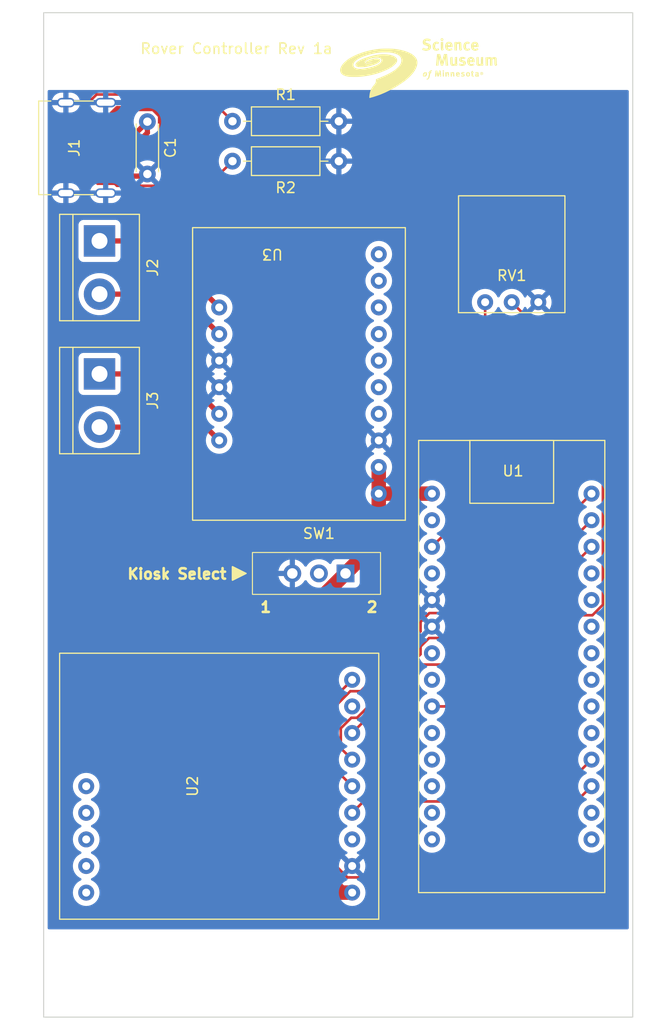
<source format=kicad_pcb>
(kicad_pcb (version 20221018) (generator pcbnew)
  (layers (0 "F.Cu" signal) (1 "In1.Cu" signal) (2 "In2.Cu" signal) (31 "B.Cu" signal) (34 "B.Paste" user) (35 "F.Paste" user) (36 "B.SilkS" user "B.Silkscreen") (37 "F.SilkS" user "F.Silkscreen") (38 "B.Mask" user) (39 "F.Mask" user) (44 "Edge.Cuts" user))
  (net 0 "")
  (net 1 "+5V")
  (net 2 "GND")
  (net 3 "Net-(J1-CC1)")
  (net 4 "Net-(J1-CC2)")
  (net 5 "Net-(U1-3V3)")
  (net 6 "Net-(U1-A0)")
  (net 13 "Net-(SW1-B)")
  (net 19 "/RADIO_RESET")
  (net 20 "/RADIO_INT")
  (net 21 "/RADIO_CS")
  (net 22 "/PWMA")
  (net 23 "/PWMB")
  (net 24 "/AIN1")
  (net 25 "/AIN2")
  (net 26 "/BIN1")
  (net 27 "/BIN2")
  (net 28 "/RADIO_MOSI")
  (net 29 "/RADIO_MISO")
  (net 30 "/RADIO_CLOCK")
  (net 37 "/MA1")
  (net 38 "/MA2")
  (net 39 "/MB2")
  (net 40 "/MB1")
  (footprint "SMM:Adafruit RFM69HCW Breakout" (layer "F.Cu") (at 68.58 144.78 90)
    (fp_text reference "U2" (at 10.16 -15.24 90 unlocked) (layer "F.SilkS"))
    (fp_text value "Adafruit_RFM69HCW_Breakout")
    (pad "1" thru_hole circle (at 0 0 90) (size 1.524 1.524) (drill 0.762) (layers "*.Cu" "*.Mask") (net 1 "+5V"))
    (pad "2" thru_hole circle (at 2.54 0 90) (size 1.524 1.524) (drill 0.762) (layers "*.Cu" "*.Mask") (net 2 "GND"))
    (pad "3" thru_hole circle (at 5.08 0 90) (size 1.524 1.524) (drill 0.762) (layers "*.Cu" "*.Mask"))
    (pad "4" thru_hole circle (at 7.62 0 90) (size 1.524 1.524) (drill 0.762) (layers "*.Cu" "*.Mask") (net 20 "/RADIO_INT"))
    (pad "5" thru_hole circle (at 10.16 0 90) (size 1.524 1.524) (drill 0.762) (layers "*.Cu" "*.Mask") (net 30 "/RADIO_CLOCK"))
    (pad "6" thru_hole circle (at 12.7 0 90) (size 1.524 1.524) (drill 0.762) (layers "*.Cu" "*.Mask") (net 29 "/RADIO_MISO"))
    (pad "7" thru_hole circle (at 15.24 0 90) (size 1.524 1.524) (drill 0.762) (layers "*.Cu" "*.Mask") (net 28 "/RADIO_MOSI"))
    (pad "8" thru_hole circle (at 17.78 0 90) (size 1.524 1.524) (drill 0.762) (layers "*.Cu" "*.Mask") (net 21 "/RADIO_CS"))
    (pad "9" thru_hole circle (at 20.32 0 90) (size 1.524 1.524) (drill 0.762) (layers "*.Cu" "*.Mask") (net 19 "/RADIO_RESET"))
    (pad "10" thru_hole circle (at 0 -25.4 90) (size 1.524 1.524) (drill 0.762) (layers "*.Cu" "*.Mask"))
    (pad "11" thru_hole circle (at 2.54 -25.4 90) (size 1.524 1.524) (drill 0.762) (layers "*.Cu" "*.Mask"))
    (pad "12" thru_hole circle (at 5.08 -25.4 90) (size 1.524 1.524) (drill 0.762) (layers "*.Cu" "*.Mask"))
    (pad "13" thru_hole circle (at 7.62 -25.4 90) (size 1.524 1.524) (drill 0.762) (layers "*.Cu" "*.Mask"))
    (pad "14" thru_hole circle (at 10.16 -25.4 90) (size 1.524 1.524) (drill 0.762) (layers "*.Cu" "*.Mask"))
  )
  (footprint "MountingHole:MountingHole_2.5mm" (layer "F.Cu") (at 91 153)
    (fp_text reference "REF**" hide)
    (fp_text value "MountingHole_2.5mm")
    (pad "" np_thru_hole circle (at 0 0) (size 2.5 2.5) (drill 2.5) (layers "*.Cu" "*.Mask"))
  )
  (footprint "SMM:Resistor_L6.3mm_D2.5mm_P10.16mm_Horizontal" (layer "F.Cu") (at 57.15 74.93)
    (fp_text reference "R2" (at 5.08 2.54) (layer "F.SilkS"))
    (fp_text value "5.1k")
    (pad "1" thru_hole circle (at 0 0) (size 1.6 1.6) (drill 0.8) (layers "*.Cu" "*.Mask") (net 4 "Net-(J1-CC2)"))
    (pad "2" thru_hole oval (at 10.16 0) (size 1.6 1.6) (drill 0.8) (layers "*.Cu" "*.Mask") (net 2 "GND"))
  )
  (footprint "MountingHole:MountingHole_2.5mm" (layer "F.Cu") (at 43 64.5)
    (fp_text reference "REF**" hide)
    (fp_text value "MountingHole_2.5mm")
    (pad "" np_thru_hole circle (at 0 0) (size 2.5 2.5) (drill 2.5) (layers "*.Cu" "*.Mask"))
  )
  (footprint "MountingHole:MountingHole_2.5mm" (layer "F.Cu") (at 43 153)
    (fp_text reference "REF**" hide)
    (fp_text value "MountingHole_2.5mm")
    (pad "" np_thru_hole circle (at 0 0) (size 2.5 2.5) (drill 2.5) (layers "*.Cu" "*.Mask"))
  )
  (footprint "SMM:TerminalBlock-2_P5.08mm_small" (layer "F.Cu") (at 44.45 82.55 -90)
    (fp_text reference "J2" (at 2.54 -5.08 90) (layer "F.SilkS"))
    (fp_text value "Conn_01x02")
    (pad "1" thru_hole rect (at 0 0 270) (size 3 3) (drill 1.52) (layers "*.Cu" "*.Mask") (net 37 "/MA1"))
    (pad "2" thru_hole circle (at 5.08 0 270) (size 3 3) (drill 1.52) (layers "*.Cu" "*.Mask") (net 38 "/MA2"))
  )
  (footprint "SMM:Rover_Trimpot" (layer "F.Cu") (at 81.28 88.4 90)
    (fp_text reference "RV1" (at 2.54 2.54 unlocked) (layer "F.SilkS"))
    (fp_text value "R_Potentiometer")
    (pad "1" thru_hole circle (at 0 0 90) (size 1.524 1.524) (drill 0.762) (layers "*.Cu" "*.Mask") (net 5 "Net-(U1-3V3)"))
    (pad "2" thru_hole circle (at 0 2.54 90) (size 1.524 1.524) (drill 0.762) (layers "*.Cu" "*.Mask") (net 6 "Net-(U1-A0)"))
    (pad "3" thru_hole circle (at 0 5.08 90) (size 1.524 1.524) (drill 0.762) (layers "*.Cu" "*.Mask") (net 2 "GND"))
  )
  (footprint "SMM:Metro-Mini" (layer "F.Cu") (at 76.2 106.68)
    (fp_text reference "U1" (at 7.747 -2.159) (layer "F.SilkS"))
    (fp_text value "Adafruit_Metro_Mini")
    (pad "1" thru_hole circle (at 0 0) (size 1.524 1.524) (drill 0.762) (layers "*.Cu" "*.Mask") (net 1 "+5V"))
    (pad "2" thru_hole circle (at 0 2.54) (size 1.524 1.524) (drill 0.762) (layers "*.Cu" "*.Mask"))
    (pad "3" thru_hole circle (at 0 5.08) (size 1.524 1.524) (drill 0.762) (layers "*.Cu" "*.Mask") (net 5 "Net-(U1-3V3)"))
    (pad "4" thru_hole circle (at 0 7.62) (size 1.524 1.524) (drill 0.762) (layers "*.Cu" "*.Mask"))
    (pad "5" thru_hole circle (at 0 10.16) (size 1.524 1.524) (drill 0.762) (layers "*.Cu" "*.Mask") (net 2 "GND"))
    (pad "6" thru_hole circle (at 0 12.7) (size 1.524 1.524) (drill 0.762) (layers "*.Cu" "*.Mask") (net 2 "GND"))
    (pad "7" thru_hole circle (at 0 15.24) (size 1.524 1.524) (drill 0.762) (layers "*.Cu" "*.Mask"))
    (pad "8" thru_hole circle (at 0 17.78) (size 1.524 1.524) (drill 0.762) (layers "*.Cu" "*.Mask"))
    (pad "9" thru_hole circle (at 0 20.32) (size 1.524 1.524) (drill 0.762) (layers "*.Cu" "*.Mask") (net 6 "Net-(U1-A0)"))
    (pad "10" thru_hole circle (at 0 22.86) (size 1.524 1.524) (drill 0.762) (layers "*.Cu" "*.Mask") (net 13 "Net-(SW1-B)"))
    (pad "11" thru_hole circle (at 0 25.4) (size 1.524 1.524) (drill 0.762) (layers "*.Cu" "*.Mask"))
    (pad "12" thru_hole circle (at 0 27.94) (size 1.524 1.524) (drill 0.762) (layers "*.Cu" "*.Mask"))
    (pad "13" thru_hole circle (at 0 30.48) (size 1.524 1.524) (drill 0.762) (layers "*.Cu" "*.Mask"))
    (pad "14" thru_hole circle (at 0 33.02) (size 1.524 1.524) (drill 0.762) (layers "*.Cu" "*.Mask"))
    (pad "15" thru_hole circle (at 15.24 33.02) (size 1.524 1.524) (drill 0.762) (layers "*.Cu" "*.Mask"))
    (pad "16" thru_hole circle (at 15.24 30.48) (size 1.524 1.524) (drill 0.762) (layers "*.Cu" "*.Mask"))
    (pad "17" thru_hole circle (at 15.24 27.94) (size 1.524 1.524) (drill 0.762) (layers "*.Cu" "*.Mask") (net 19 "/RADIO_RESET"))
    (pad "18" thru_hole circle (at 15.24 25.4) (size 1.524 1.524) (drill 0.762) (layers "*.Cu" "*.Mask") (net 20 "/RADIO_INT"))
    (pad "19" thru_hole circle (at 15.24 22.86) (size 1.524 1.524) (drill 0.762) (layers "*.Cu" "*.Mask") (net 21 "/RADIO_CS"))
    (pad "20" thru_hole circle (at 15.24 20.32) (size 1.524 1.524) (drill 0.762) (layers "*.Cu" "*.Mask") (net 22 "/PWMA"))
    (pad "21" thru_hole circle (at 15.24 17.78) (size 1.524 1.524) (drill 0.762) (layers "*.Cu" "*.Mask") (net 23 "/PWMB"))
    (pad "22" thru_hole circle (at 15.24 15.24) (size 1.524 1.524) (drill 0.762) (layers "*.Cu" "*.Mask") (net 24 "/AIN1"))
    (pad "23" thru_hole circle (at 15.24 12.7) (size 1.524 1.524) (drill 0.762) (layers "*.Cu" "*.Mask") (net 25 "/AIN2"))
    (pad "24" thru_hole circle (at 15.24 10.16) (size 1.524 1.524) (drill 0.762) (layers "*.Cu" "*.Mask") (net 26 "/BIN1"))
    (pad "25" thru_hole circle (at 15.24 7.62) (size 1.524 1.524) (drill 0.762) (layers "*.Cu" "*.Mask") (net 27 "/BIN2"))
    (pad "26" thru_hole circle (at 15.24 5.08) (size 1.524 1.524) (drill 0.762) (layers "*.Cu" "*.Mask") (net 28 "/RADIO_MOSI"))
    (pad "27" thru_hole circle (at 15.24 2.54) (size 1.524 1.524) (drill 0.762) (layers "*.Cu" "*.Mask") (net 29 "/RADIO_MISO"))
    (pad "28" thru_hole circle (at 15.24 0) (size 1.524 1.524) (drill 0.762) (layers "*.Cu" "*.Mask") (net 30 "/RADIO_CLOCK"))
  )
  (footprint "SMM:SW_EG1218" (layer "F.Cu") (at 65.405 114.3 -90)
    (fp_text reference "SW1" (at -3.81 0) (layer "F.SilkS"))
    (fp_text value "SW_SPDT")
    (pad "1" thru_hole rect (at 0 -2.54 270) (size 1.7 1.7) (drill 1) (layers "*.Cu" "*.Mask") (net 1 "+5V"))
    (pad "2" thru_hole oval (at 0 0 270) (size 1.7 1.7) (drill 1) (layers "*.Cu" "*.Mask") (net 13 "Net-(SW1-B)"))
    (pad "3" thru_hole oval (at 0 2.54 270) (size 1.7 1.7) (drill 1) (layers "*.Cu" "*.Mask") (net 2 "GND"))
  )
  (footprint "SMM:smm-logo-15mm" (layer "F.Cu") (at 74.93 66.04)
    (fp_text reference "G***")
    (fp_text value "LOGO" hide)
  )
  (footprint "SMM:Adafruit_TB6612_Breakout" (layer "F.Cu") (at 71.12 106.68 180)
    (fp_text reference "U3" (at 10.16 22.86 180 unlocked) (layer "F.SilkS"))
    (fp_text value "Adafruit_TB6612_Breakout")
    (pad "1" thru_hole circle (at 0 0 180) (size 1.524 1.524) (drill 0.762) (layers "*.Cu" "*.Mask") (net 1 "+5V"))
    (pad "2" thru_hole circle (at 0 2.54 180) (size 1.524 1.524) (drill 0.762) (layers "*.Cu" "*.Mask") (net 1 "+5V"))
    (pad "3" thru_hole circle (at 0 5.08 180) (size 1.524 1.524) (drill 0.762) (layers "*.Cu" "*.Mask") (net 2 "GND"))
    (pad "4" thru_hole circle (at 0 7.62 180) (size 1.524 1.524) (drill 0.762) (layers "*.Cu" "*.Mask") (net 23 "/PWMB"))
    (pad "5" thru_hole circle (at 0 10.16 180) (size 1.524 1.524) (drill 0.762) (layers "*.Cu" "*.Mask") (net 27 "/BIN2"))
    (pad "6" thru_hole circle (at 0 12.7 180) (size 1.524 1.524) (drill 0.762) (layers "*.Cu" "*.Mask") (net 26 "/BIN1"))
    (pad "7" thru_hole circle (at 0 15.24 180) (size 1.524 1.524) (drill 0.762) (layers "*.Cu" "*.Mask"))
    (pad "8" thru_hole circle (at 0 17.78 180) (size 1.524 1.524) (drill 0.762) (layers "*.Cu" "*.Mask") (net 24 "/AIN1"))
    (pad "9" thru_hole circle (at 0 20.32 180) (size 1.524 1.524) (drill 0.762) (layers "*.Cu" "*.Mask") (net 25 "/AIN2"))
    (pad "10" thru_hole circle (at 0 22.86 180) (size 1.524 1.524) (drill 0.762) (layers "*.Cu" "*.Mask") (net 22 "/PWMA"))
    (pad "11" thru_hole circle (at 15.24 17.78 180) (size 1.524 1.524) (drill 0.762) (layers "*.Cu" "*.Mask") (net 37 "/MA1"))
    (pad "12" thru_hole circle (at 15.24 15.24 180) (size 1.524 1.524) (drill 0.762) (layers "*.Cu" "*.Mask") (net 38 "/MA2"))
    (pad "13" thru_hole circle (at 15.24 12.7 180) (size 1.524 1.524) (drill 0.762) (layers "*.Cu" "*.Mask") (net 2 "GND"))
    (pad "14" thru_hole circle (at 15.24 10.16 180) (size 1.524 1.524) (drill 0.762) (layers "*.Cu" "*.Mask") (net 2 "GND"))
    (pad "15" thru_hole circle (at 15.24 7.62 180) (size 1.524 1.524) (drill 0.762) (layers "*.Cu" "*.Mask") (net 40 "/MB1"))
    (pad "16" thru_hole circle (at 15.24 5.08 180) (size 1.524 1.524) (drill 0.762) (layers "*.Cu" "*.Mask") (net 39 "/MB2"))
  )
  (footprint "SMM:Adafruit_USB_C" (layer "F.Cu") (at 43.18 73.66 -90)
    (fp_text reference "J1" (at 0 1.143 90) (layer "F.SilkS"))
    (fp_text value "Adafruit_USB_C")
    (pad "A5" smd rect (at -0.5 -1.91 270) (size 0.7 1) (layers "F.Cu" "F.Paste" "F.Mask") (net 3 "Net-(J1-CC1)"))
    (pad "A9" smd rect (at 1.5 -1.91 270) (size 0.8 1) (layers "F.Cu" "F.Paste" "F.Mask") (net 1 "+5V") (clearance 0.2))
    (pad "A12" smd rect (at 2.7 -1.91 270) (size 0.8 1) (layers "F.Cu" "F.Paste" "F.Mask") (net 2 "GND") (clearance 0.2))
    (pad "B5" smd rect (at 0.5 -1.91 270) (size 0.7 1) (layers "F.Cu" "F.Paste" "F.Mask") (net 4 "Net-(J1-CC2)"))
    (pad "B9" smd rect (at -1.5 -1.91 270) (size 0.8 1) (layers "F.Cu" "F.Paste" "F.Mask") (net 1 "+5V") (clearance 0.2))
    (pad "B12" smd rect (at -2.7 -1.91 270) (size 0.8 1) (layers "F.Cu" "F.Paste" "F.Mask") (net 2 "GND") (clearance 0.2))
    (pad "S1" thru_hole oval (at -4.32 -1.86) (size 2 0.9) (drill oval 1.7 0.6) (layers "*.Cu" "*.Mask") (net 2 "GND"))
    (pad "S1" thru_hole oval (at -4.32 1.94) (size 1.7 0.9) (drill oval 1.4 0.6) (layers "*.Cu" "*.Mask") (net 2 "GND"))
    (pad "S1" thru_hole oval (at 4.32 -1.86) (size 2 0.9) (drill oval 1.7 0.6) (layers "*.Cu" "*.Mask") (net 2 "GND"))
    (pad "S1" thru_hole oval (at 4.32 1.94) (size 1.7 0.9) (drill oval 1.4 0.6) (layers "*.Cu" "*.Mask") (net 2 "GND"))
  )
  (footprint "SMM:Resistor_L6.3mm_D2.5mm_P10.16mm_Horizontal" (layer "F.Cu") (at 57.15 71.12)
    (fp_text reference "R1" (at 5.08 -2.54) (layer "F.SilkS"))
    (fp_text value "5.1k")
    (pad "1" thru_hole circle (at 0 0) (size 1.6 1.6) (drill 0.8) (layers "*.Cu" "*.Mask") (net 3 "Net-(J1-CC1)"))
    (pad "2" thru_hole oval (at 10.16 0) (size 1.6 1.6) (drill 0.8) (layers "*.Cu" "*.Mask") (net 2 "GND"))
  )
  (footprint "MountingHole:MountingHole_2.5mm" (layer "F.Cu") (at 91 64.5)
    (fp_text reference "REF**" hide)
    (fp_text value "MountingHole_2.5mm")
    (pad "" np_thru_hole circle (at 0 0) (size 2.5 2.5) (drill 2.5) (layers "*.Cu" "*.Mask"))
  )
  (footprint "Capacitor_THT:C_Disc_D4.3mm_W1.9mm_P5.00mm" (layer "F.Cu") (at 49.022 71.16 -90)
    (fp_text reference "C1" (at 2.5 -2.2 90) (layer "F.SilkS"))
    (fp_text value "C")
    (pad "1" thru_hole circle (at 0 0 270) (size 1.6 1.6) (drill 0.8) (layers "*.Cu" "*.Mask") (net 1 "+5V"))
    (pad "2" thru_hole circle (at 5 0 270) (size 1.6 1.6) (drill 0.8) (layers "*.Cu" "*.Mask") (net 2 "GND"))
  )
  (footprint "SMM:TerminalBlock-2_P5.08mm_small" (layer "F.Cu") (at 44.45 95.25 -90)
    (fp_text reference "J3" (at 2.54 -5.08 90) (layer "F.SilkS"))
    (fp_text value "Conn_01x02")
    (pad "1" thru_hole rect (at 0 0 270) (size 3 3) (drill 1.52) (layers "*.Cu" "*.Mask") (net 40 "/MB1"))
    (pad "2" thru_hole circle (at 5.08 0 270) (size 3 3) (drill 1.52) (layers "*.Cu" "*.Mask") (net 39 "/MB2"))
  )
  (gr_poly (pts (xy 57.15 113.665) (xy 58.42 114.3) (xy 57.15 114.935)) (stroke (width 0.15)) (fill solid) (layer "F.SilkS"))
  (gr_rect (start 39.116 60.754) (end 95.377 156.67) (stroke (width 0.1)) (fill none) (layer "Edge.Cuts"))
  (gr_text "Rover Controller Rev 1a" (at 48.26 64.77) (layer "F.SilkS") (effects (font (size 1 1)) (justify left bottom)))
  (gr_text "Kiosk Select" (at 46.99 114.935) (layer "F.SilkS") (effects (font (size 1 1) (thickness 0.25) bold) (justify left bottom)))
  (gr_text "1" (at 59.69 118.11) (layer "F.SilkS") (effects (font (size 1 1) (thickness 0.25) bold) (justify left bottom)))
  (gr_text "2" (at 69.85 118.11) (layer "F.SilkS") (effects (font (size 1 1) (thickness 0.25) bold) (justify left bottom)))
  (segment (start 48.022 72.16) (end 49.022 71.16) (width 0.5) (layer "F.Cu") (net 1))
  (segment (start 62.865 119.38) (end 62.865 140.14263) (width 1.38) (layer "F.Cu") (net 1))
  (segment (start 45.09 75.16) (end 46.09 75.16) (width 0.5) (layer "F.Cu") (net 1))
  (segment (start 45.09 72.16) (end 48.022 72.16) (width 0.5) (layer "F.Cu") (net 1))
  (segment (start 46.09 75.16) (end 49.022 72.228) (width 0.5) (layer "F.Cu") (net 1))
  (segment (start 71.12 106.68) (end 71.12 111.125) (width 1.38) (layer "F.Cu") (net 1))
  (segment (start 49.022 72.228) (end 49.022 71.16) (width 0.5) (layer "F.Cu") (net 1))
  (segment (start 71.12 111.125) (end 62.865 119.38) (width 1.38) (layer "F.Cu") (net 1))
  (segment (start 48.935 71.16) (end 48.895 71.12) (width 0.5) (layer "F.Cu") (net 1))
  (segment (start 76.2 106.68) (end 71.12 106.68) (width 1.38) (layer "F.Cu") (net 1))
  (segment (start 71.12 104.14) (end 71.12 106.68) (width 1.38) (layer "F.Cu") (net 1))
  (segment (start 62.865 140.14263) (end 67.50237 144.78) (width 1.38) (layer "F.Cu") (net 1))
  (segment (start 67.50237 144.78) (end 68.58 144.78) (width 1.38) (layer "F.Cu") (net 1))
  (segment (start 50.272 70.592) (end 50.272 74.91) (width 0.5) (layer "F.Cu") (net 2))
  (segment (start 45.09 70.96) (end 46.14 69.91) (width 0.5) (layer "F.Cu") (net 2))
  (segment (start 49.59 69.91) (end 50.272 70.592) (width 0.5) (layer "F.Cu") (net 2))
  (segment (start 50.272 74.91) (end 49.022 76.16) (width 0.5) (layer "F.Cu") (net 2))
  (segment (start 48.822 76.36) (end 49.022 76.16) (width 0.5) (layer "F.Cu") (net 2))
  (segment (start 46.14 69.91) (end 49.59 69.91) (width 0.5) (layer "F.Cu") (net 2))
  (segment (start 45.09 76.36) (end 48.822 76.36) (width 0.5) (layer "F.Cu") (net 2))
  (segment (start 57.15 71.12) (end 54.595 68.565) (width 0.25) (layer "F.Cu") (net 3))
  (segment (start 54.595 68.565) (end 44.168984 68.565) (width 0.25) (layer "F.Cu") (net 3))
  (segment (start 43.18 69.553984) (end 43.18 72.39) (width 0.25) (layer "F.Cu") (net 3))
  (segment (start 44.168984 68.565) (end 43.18 69.553984) (width 0.25) (layer "F.Cu") (net 3))
  (segment (start 43.95 73.16) (end 45.09 73.16) (width 0.25) (layer "F.Cu") (net 3))
  (segment (start 43.18 72.39) (end 43.95 73.16) (width 0.25) (layer "F.Cu") (net 3))
  (segment (start 45.915 77.085) (end 44.265 77.085) (width 0.25) (layer "F.Cu") (net 4))
  (segment (start 44.265 77.085) (end 44.265 74.435) (width 0.25) (layer "F.Cu") (net 4))
  (segment (start 46.115 77.285) (end 45.915 77.085) (width 0.25) (layer "F.Cu") (net 4))
  (segment (start 54.795 77.285) (end 46.115 77.285) (width 0.25) (layer "F.Cu") (net 4))
  (segment (start 57.15 74.93) (end 54.795 77.285) (width 0.25) (layer "F.Cu") (net 4))
  (segment (start 44.54 74.16) (end 45.09 74.16) (width 0.25) (layer "F.Cu") (net 4))
  (segment (start 44.265 74.435) (end 44.54 74.16) (width 0.25) (layer "F.Cu") (net 4))
  (segment (start 81.28 106.68) (end 76.2 111.76) (width 0.25) (layer "F.Cu") (net 5))
  (segment (start 81.28 88.4) (end 81.28 106.68) (width 0.25) (layer "F.Cu") (net 5))
  (segment (start 92.527 117.290251) (end 91.524251 118.293) (width 0.25) (layer "F.Cu") (net 6))
  (segment (start 83.82 88.4) (end 92.527 97.107) (width 0.25) (layer "F.Cu") (net 6))
  (segment (start 91.524251 118.293) (end 86.177 118.293) (width 0.25) (layer "F.Cu") (net 6))
  (segment (start 77.47 127) (end 76.2 127) (width 0.25) (layer "F.Cu") (net 6))
  (segment (start 92.527 97.107) (end 92.527 117.290251) (width 0.25) (layer "F.Cu") (net 6))
  (segment (start 86.177 118.293) (end 77.47 127) (width 0.25) (layer "F.Cu") (net 6))
  (segment (start 68.129749 143.327) (end 82.733 143.327) (width 0.25) (layer "F.Cu") (net 19))
  (segment (start 66.593 126.447) (end 66.593 141.790251) (width 0.25) (layer "F.Cu") (net 19))
  (segment (start 66.593 141.790251) (end 68.129749 143.327) (width 0.25) (layer "F.Cu") (net 19))
  (segment (start 82.733 143.327) (end 91.44 134.62) (width 0.25) (layer "F.Cu") (net 19))
  (segment (start 68.58 124.46) (end 66.593 126.447) (width 0.25) (layer "F.Cu") (net 19))
  (segment (start 69.667 136.073) (end 87.447 136.073) (width 0.25) (layer "F.Cu") (net 20))
  (segment (start 87.447 136.073) (end 91.44 132.08) (width 0.25) (layer "F.Cu") (net 20))
  (segment (start 68.58 137.16) (end 69.667 136.073) (width 0.25) (layer "F.Cu") (net 20))
  (segment (start 75.113 123.007) (end 80.193 123.007) (width 0.25) (layer "F.Cu") (net 28))
  (segment (start 80.193 123.007) (end 91.44 111.76) (width 0.25) (layer "F.Cu") (net 28))
  (segment (start 68.58 129.54) (end 75.113 123.007) (width 0.25) (layer "F.Cu") (net 28))
  (segment (start 80.193 120.467) (end 91.44 109.22) (width 0.25) (layer "F.Cu") (net 29))
  (segment (start 75.113 121.2798) (end 75.9258 120.467) (width 0.25) (layer "F.Cu") (net 29))
  (segment (start 68.58 132.08) (end 67.493 130.993) (width 0.25) (layer "F.Cu") (net 29))
  (segment (start 75.113 122.0164) (end 75.113 121.2798) (width 0.25) (layer "F.Cu") (net 29))
  (segment (start 75.9258 120.467) (end 80.193 120.467) (width 0.25) (layer "F.Cu") (net 29))
  (segment (start 68.495749 128.087) (end 69.0424 128.087) (width 0.25) (layer "F.Cu") (net 29))
  (segment (start 67.493 130.993) (end 67.493 129.089749) (width 0.25) (layer "F.Cu") (net 29))
  (segment (start 69.0424 128.087) (end 75.113 122.0164) (width 0.25) (layer "F.Cu") (net 29))
  (segment (start 67.493 129.089749) (end 68.495749 128.087) (width 0.25) (layer "F.Cu") (net 29))
  (segment (start 75.958149 118.0846) (end 80.0354 118.0846) (width 0.25) (layer "F.Cu") (net 30))
  (segment (start 67.043 126.9062) (end 68.4022 125.547) (width 0.25) (layer "F.Cu") (net 30))
  (segment (start 68.58 134.62) (end 67.043 133.083) (width 0.25) (layer "F.Cu") (net 30))
  (segment (start 75.113 118.929749) (end 75.958149 118.0846) (width 0.25) (layer "F.Cu") (net 30))
  (segment (start 68.4022 125.547) (end 69.396251 125.547) (width 0.25) (layer "F.Cu") (net 30))
  (segment (start 75.113 119.830251) (end 75.113 118.929749) (width 0.25) (layer "F.Cu") (net 30))
  (segment (start 67.043 133.083) (end 67.043 126.9062) (width 0.25) (layer "F.Cu") (net 30))
  (segment (start 69.396251 125.547) (end 75.113 119.830251) (width 0.25) (layer "F.Cu") (net 30))
  (segment (start 80.0354 118.0846) (end 91.44 106.68) (width 0.25) (layer "F.Cu") (net 30))
  (segment (start 44.45 82.55) (end 49.53 82.55) (width 0.5) (layer "F.Cu") (net 37))
  (segment (start 49.53 82.55) (end 55.88 88.9) (width 0.5) (layer "F.Cu") (net 37))
  (segment (start 44.45 87.63) (end 52.07 87.63) (width 0.5) (layer "F.Cu") (net 38))
  (segment (start 52.07 87.63) (end 55.88 91.44) (width 0.5) (layer "F.Cu") (net 38))
  (segment (start 54.61 100.33) (end 55.88 101.6) (width 0.5) (layer "F.Cu") (net 39))
  (segment (start 44.45 100.33) (end 54.61 100.33) (width 0.5) (layer "F.Cu") (net 39))
  (segment (start 52.07 95.25) (end 55.88 99.06) (width 0.5) (layer "F.Cu") (net 40))
  (segment (start 44.45 95.25) (end 52.07 95.25) (width 0.5) (layer "F.Cu") (net 40))
  (zone (net 2) (net_name "GND") (layers "In1.Cu" "B.Cu") (connect_pads (clearance 0.508)) (min_thickness 0.25) (fill yes (thermal_gap 0.5) (thermal_bridge_width 0.5))
    (polygon (pts (xy 39.497 68.135) (xy 94.996 68.135) (xy 94.996 148.289) (xy 39.497 148.289)))
  )
)
</source>
